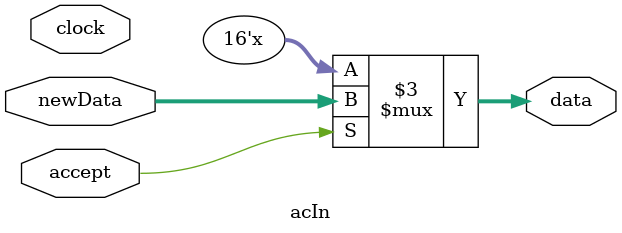
<source format=v>
module acIn ( //Main ALU input accumulator
    newData,
    accept,
    data,
    clock
);
    input[15:0] newData;
    input accept, clock;
    output reg[15:0] data;

always @(*) begin
    if (accept == 1'b1) begin
        data <= newData;
    end
end
endmodule

</source>
